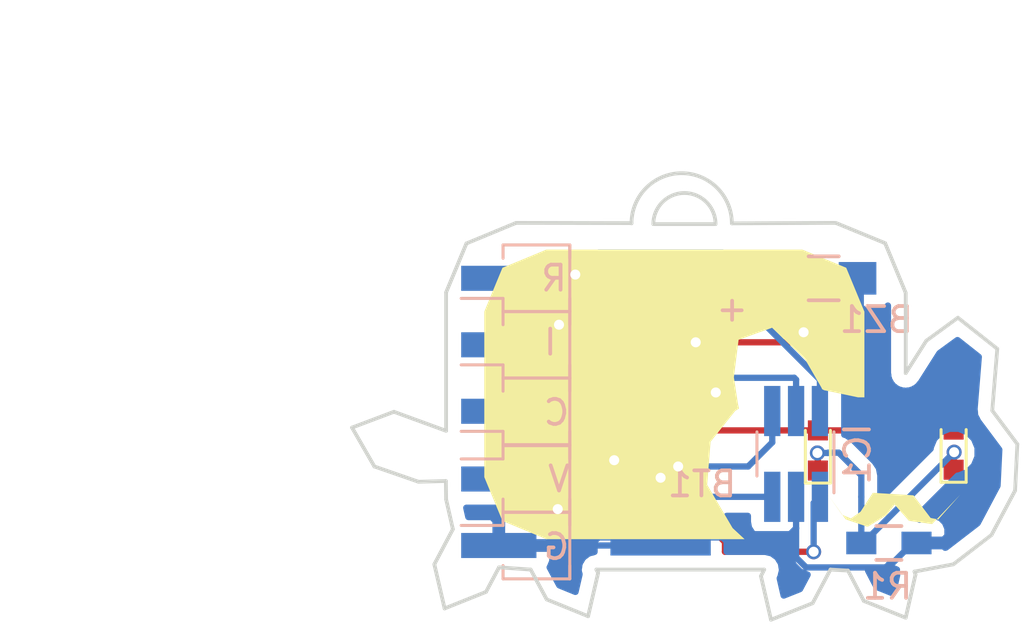
<source format=kicad_pcb>
(kicad_pcb (version 4) (host pcbnew 4.0.4-stable)

  (general
    (links 14)
    (no_connects 0)
    (area 115.074567 59.510045 155.476723 88.603165)
    (thickness 1.6)
    (drawings 50)
    (tracks 87)
    (zones 0)
    (modules 12)
    (nets 8)
  )

  (page A4)
  (layers
    (0 F.Cu signal)
    (31 B.Cu signal)
    (32 B.Adhes user)
    (33 F.Adhes user)
    (34 B.Paste user)
    (35 F.Paste user)
    (36 B.SilkS user)
    (37 F.SilkS user)
    (38 B.Mask user)
    (39 F.Mask user)
    (40 Dwgs.User user)
    (41 Cmts.User user)
    (42 Eco1.User user)
    (43 Eco2.User user)
    (44 Edge.Cuts user)
    (45 Margin user)
    (46 B.CrtYd user)
    (47 F.CrtYd user)
    (48 B.Fab user)
    (49 F.Fab user)
  )

  (setup
    (last_trace_width 0.25)
    (trace_clearance 0.2)
    (zone_clearance 0.508)
    (zone_45_only no)
    (trace_min 0.2)
    (segment_width 0.2)
    (edge_width 0.15)
    (via_size 0.6)
    (via_drill 0.4)
    (via_min_size 0.4)
    (via_min_drill 0.3)
    (uvia_size 0.3)
    (uvia_drill 0.1)
    (uvias_allowed no)
    (uvia_min_size 0.2)
    (uvia_min_drill 0.1)
    (pcb_text_width 0.3)
    (pcb_text_size 1.5 1.5)
    (mod_edge_width 0.15)
    (mod_text_size 1 1)
    (mod_text_width 0.15)
    (pad_size 1.524 1.524)
    (pad_drill 0.762)
    (pad_to_mask_clearance 0.2)
    (aux_axis_origin 132.41274 70.54596)
    (visible_elements 7FFFFFFF)
    (pcbplotparams
      (layerselection 0x011fc_80000001)
      (usegerberextensions true)
      (excludeedgelayer true)
      (linewidth 0.100000)
      (plotframeref false)
      (viasonmask false)
      (mode 1)
      (useauxorigin true)
      (hpglpennumber 1)
      (hpglpenspeed 20)
      (hpglpendiameter 15)
      (hpglpenoverlay 2)
      (psnegative false)
      (psa4output false)
      (plotreference true)
      (plotvalue true)
      (plotinvisibletext false)
      (padsonsilk false)
      (subtractmaskfromsilk false)
      (outputformat 1)
      (mirror false)
      (drillshape 0)
      (scaleselection 1)
      (outputdirectory gerbers/))
  )

  (net 0 "")
  (net 1 "Net-(BZ1-Pad1)")
  (net 2 GND)
  (net 3 "Net-(D1-Pad2)")
  (net 4 "Net-(D1-Pad1)")
  (net 5 "Net-(BT1-Pad1)")
  (net 6 "Net-(IC1-Pad6)")
  (net 7 "Net-(IC1-Pad1)")

  (net_class Default "Esta es la clase de red por defecto."
    (clearance 0.2)
    (trace_width 0.25)
    (via_dia 0.6)
    (via_drill 0.4)
    (uvia_dia 0.3)
    (uvia_drill 0.1)
    (add_net GND)
    (add_net "Net-(BT1-Pad1)")
    (add_net "Net-(BZ1-Pad1)")
    (add_net "Net-(D1-Pad1)")
    (add_net "Net-(D1-Pad2)")
    (add_net "Net-(IC1-Pad1)")
    (add_net "Net-(IC1-Pad6)")
  )

  (module svg2mod:NyanCat (layer F.Cu) (tedit 5898DCF2) (tstamp 5898DD5C)
    (at 142.494 75.946)
    (descr "Imported from NyanCat.svg")
    (tags svg2mod)
    (attr smd)
    (fp_text reference NyanCat (at 0 -11.085565) (layer F.SilkS) hide
      (effects (font (thickness 0.3048)))
    )
    (fp_text value G*** (at 0 11.085565) (layer F.SilkS) hide
      (effects (font (thickness 0.3048)))
    )
    (fp_poly (pts (xy 7.013754 2.703635) (xy 0.412192 2.384106) (xy 0.549165 0.667231) (xy 1.529258 -0.560049)
      (xy 1.682812 -0.657234) (xy 1.641126 -0.834182) (xy 1.476871 -1.900474) (xy 1.664147 -3.393954)
      (xy 3.000094 -3.875896) (xy 4.313391 -2.618595) (xy 4.95971 -1.502281) (xy 4.997167 -1.424135)
      (xy 5.074441 -1.384814) (xy 6.422708 -1.102468) (xy 6.67942 -1.100963) (xy 6.67942 -4.517852)
      (xy 5.955009 -6.266485) (xy 4.206377 -6.990896) (xy -5.999123 -6.990896) (xy -5.999143 -6.990931)
      (xy -7.747776 -6.26652) (xy -8.472187 -4.517887) (xy -8.472187 2.078855) (xy -7.747776 3.827486)
      (xy -5.999143 4.551898) (xy 1.903685 4.551898) (xy 1.426598 4.109528) (xy 0.412192 2.384106)
      (xy 7.013754 2.703635) (xy 6.524347 3.459709) (xy 6.14183 3.724509) (xy 5.78756 3.577923)
      (xy 5.190144 2.726157) (xy 5.933526 3.763704) (xy 6.80881 4.059862) (xy 7.565256 3.590116)
      (xy 7.878213 3.168153) (xy 8.453729 3.820572) (xy 9.378041 3.950732) (xy 10.498091 2.78066)
      (xy 9.621313 3.767438) (xy 9.318435 3.704971) (xy 8.634035 2.804053) (xy 7.013754 2.703635)) (layer F.SilkS) (width 0))
    (fp_poly (pts (xy -7.205174 -8.037562) (xy -9.164721 -7.228406) (xy -9.973877 -5.268858) (xy -9.973877 0.272898)
      (xy -10.330262 0.095204) (xy -12.091032 -0.521998) (xy -13.734334 0.107648) (xy -12.843746 1.625271)
      (xy -11.082851 2.242472) (xy -9.973875 2.198048) (xy -9.973875 2.966442) (xy -9.699867 4.172476)
      (xy -10.433792 5.572506) (xy -10.049533 7.289724) (xy -8.418547 6.62897) (xy -7.903631 5.646795)
      (xy -7.205172 5.735144) (xy -6.608004 5.735144) (xy -5.972259 6.947527) (xy -4.341401 7.608281)
      (xy -3.957018 5.891063) (xy -4.038772 5.735145) (xy 2.734791 5.735145) (xy 2.581485 6.027569)
      (xy 2.965744 7.744912) (xy 4.59673 7.084157) (xy 5.3039 5.735146) (xy 5.445881 5.735146)
      (xy 6.039941 5.774094) (xy 6.678922 6.993069) (xy 8.309908 7.653823) (xy 8.694167 5.936605)
      (xy 8.618385 5.792011) (xy 10.209799 5.523477) (xy 11.726462 4.360241) (xy 12.662824 2.593976)
      (xy 12.75883 0.765911) (xy 11.754425 -0.582724) (xy 11.947426 -3.028268) (xy 10.402924 -4.2511)
      (xy 9.180101 -3.359269) (xy 8.303811 -1.985866) (xy 8.303811 -5.268862) (xy 7.494654 -7.228408)
      (xy 5.535107 -8.037565) (xy -7.205164 -8.037565) (xy -7.205174 -8.037562)) (layer F.Mask) (width 0.047783))
  )

  (module LEDs:LED_0603 (layer F.Cu) (tedit 589955D4) (tstamp 5898DA61)
    (at 152.73 76.93 90)
    (descr "LED 0603 smd package")
    (tags "LED led 0603 SMD smd SMT smt smdled SMDLED smtled SMTLED")
    (path /5898CB7E)
    (attr smd)
    (fp_text reference D1 (at -0.07 1.37 90) (layer B.Fab)
      (effects (font (size 1 1) (thickness 0.15)) (justify mirror))
    )
    (fp_text value LED (at 0 1.35 90) (layer F.Fab)
      (effects (font (size 1 1) (thickness 0.15)))
    )
    (fp_line (start -1.3 -0.5) (end -1.3 0.5) (layer F.SilkS) (width 0.12))
    (fp_line (start -0.2 -0.2) (end -0.2 0.2) (layer F.Fab) (width 0.1))
    (fp_line (start -0.15 0) (end 0.15 -0.2) (layer F.Fab) (width 0.1))
    (fp_line (start 0.15 0.2) (end -0.15 0) (layer F.Fab) (width 0.1))
    (fp_line (start 0.15 -0.2) (end 0.15 0.2) (layer F.Fab) (width 0.1))
    (fp_line (start 0.8 0.4) (end -0.8 0.4) (layer F.Fab) (width 0.1))
    (fp_line (start 0.8 -0.4) (end 0.8 0.4) (layer F.Fab) (width 0.1))
    (fp_line (start -0.8 -0.4) (end 0.8 -0.4) (layer F.Fab) (width 0.1))
    (fp_line (start -0.8 0.4) (end -0.8 -0.4) (layer F.Fab) (width 0.1))
    (fp_line (start -1.3 0.5) (end 0.8 0.5) (layer F.SilkS) (width 0.12))
    (fp_line (start -1.3 -0.5) (end 0.8 -0.5) (layer F.SilkS) (width 0.12))
    (fp_line (start 1.45 -0.65) (end 1.45 0.65) (layer F.CrtYd) (width 0.05))
    (fp_line (start 1.45 0.65) (end -1.45 0.65) (layer F.CrtYd) (width 0.05))
    (fp_line (start -1.45 0.65) (end -1.45 -0.65) (layer F.CrtYd) (width 0.05))
    (fp_line (start -1.45 -0.65) (end 1.45 -0.65) (layer F.CrtYd) (width 0.05))
    (pad 2 smd rect (at 0.8 0 270) (size 0.8 0.8) (layers F.Cu F.Paste F.Mask)
      (net 3 "Net-(D1-Pad2)"))
    (pad 1 smd rect (at -0.8 0 270) (size 0.8 0.8) (layers F.Cu F.Paste F.Mask)
      (net 4 "Net-(D1-Pad1)"))
    (model LEDs.3dshapes/LED_0603.wrl
      (at (xyz 0 0 0))
      (scale (xyz 1 1 1))
      (rotate (xyz 0 0 180))
    )
  )

  (module LEDs:LED_0603 (layer F.Cu) (tedit 589955C7) (tstamp 5898DA67)
    (at 147.32 76.962 90)
    (descr "LED 0603 smd package")
    (tags "LED led 0603 SMD smd SMT smt smdled SMDLED smtled SMTLED")
    (path /5898CE11)
    (attr smd)
    (fp_text reference D2 (at -0.088 1.23 90) (layer B.Fab)
      (effects (font (size 1 1) (thickness 0.15)) (justify mirror))
    )
    (fp_text value LED (at 0 1.35 90) (layer F.Fab)
      (effects (font (size 1 1) (thickness 0.15)))
    )
    (fp_line (start -1.3 -0.5) (end -1.3 0.5) (layer F.SilkS) (width 0.12))
    (fp_line (start -0.2 -0.2) (end -0.2 0.2) (layer F.Fab) (width 0.1))
    (fp_line (start -0.15 0) (end 0.15 -0.2) (layer F.Fab) (width 0.1))
    (fp_line (start 0.15 0.2) (end -0.15 0) (layer F.Fab) (width 0.1))
    (fp_line (start 0.15 -0.2) (end 0.15 0.2) (layer F.Fab) (width 0.1))
    (fp_line (start 0.8 0.4) (end -0.8 0.4) (layer F.Fab) (width 0.1))
    (fp_line (start 0.8 -0.4) (end 0.8 0.4) (layer F.Fab) (width 0.1))
    (fp_line (start -0.8 -0.4) (end 0.8 -0.4) (layer F.Fab) (width 0.1))
    (fp_line (start -0.8 0.4) (end -0.8 -0.4) (layer F.Fab) (width 0.1))
    (fp_line (start -1.3 0.5) (end 0.8 0.5) (layer F.SilkS) (width 0.12))
    (fp_line (start -1.3 -0.5) (end 0.8 -0.5) (layer F.SilkS) (width 0.12))
    (fp_line (start 1.45 -0.65) (end 1.45 0.65) (layer F.CrtYd) (width 0.05))
    (fp_line (start 1.45 0.65) (end -1.45 0.65) (layer F.CrtYd) (width 0.05))
    (fp_line (start -1.45 0.65) (end -1.45 -0.65) (layer F.CrtYd) (width 0.05))
    (fp_line (start -1.45 -0.65) (end 1.45 -0.65) (layer F.CrtYd) (width 0.05))
    (pad 2 smd rect (at 0.8 0 270) (size 0.8 0.8) (layers F.Cu F.Paste F.Mask)
      (net 3 "Net-(D1-Pad2)"))
    (pad 1 smd rect (at -0.8 0 270) (size 0.8 0.8) (layers F.Cu F.Paste F.Mask)
      (net 4 "Net-(D1-Pad1)"))
    (model LEDs.3dshapes/LED_0603.wrl
      (at (xyz 0 0 0))
      (scale (xyz 1 1 1))
      (rotate (xyz 0 0 180))
    )
  )

  (module Resistors_SMD:R_0603_HandSoldering (layer B.Cu) (tedit 58307AEF) (tstamp 5898DA97)
    (at 150.15 80.65)
    (descr "Resistor SMD 0603, hand soldering")
    (tags "resistor 0603")
    (path /5898CBD1)
    (attr smd)
    (fp_text reference R1 (at -0.054 1.732) (layer B.SilkS)
      (effects (font (size 1 1) (thickness 0.15)) (justify mirror))
    )
    (fp_text value 100 (at 0 3.2) (layer B.Fab)
      (effects (font (size 1 1) (thickness 0.15)) (justify mirror))
    )
    (fp_line (start -0.8 -0.4) (end -0.8 0.4) (layer B.Fab) (width 0.1))
    (fp_line (start 0.8 -0.4) (end -0.8 -0.4) (layer B.Fab) (width 0.1))
    (fp_line (start 0.8 0.4) (end 0.8 -0.4) (layer B.Fab) (width 0.1))
    (fp_line (start -0.8 0.4) (end 0.8 0.4) (layer B.Fab) (width 0.1))
    (fp_line (start -2 0.8) (end 2 0.8) (layer B.CrtYd) (width 0.05))
    (fp_line (start -2 -0.8) (end 2 -0.8) (layer B.CrtYd) (width 0.05))
    (fp_line (start -2 0.8) (end -2 -0.8) (layer B.CrtYd) (width 0.05))
    (fp_line (start 2 0.8) (end 2 -0.8) (layer B.CrtYd) (width 0.05))
    (fp_line (start 0.5 -0.675) (end -0.5 -0.675) (layer B.SilkS) (width 0.15))
    (fp_line (start -0.5 0.675) (end 0.5 0.675) (layer B.SilkS) (width 0.15))
    (pad 1 smd rect (at -1.1 0) (size 1.2 0.9) (layers B.Cu B.Paste B.Mask)
      (net 4 "Net-(D1-Pad1)"))
    (pad 2 smd rect (at 1.1 0) (size 1.2 0.9) (layers B.Cu B.Paste B.Mask)
      (net 2 GND))
    (model Resistors_SMD.3dshapes/R_0603_HandSoldering.wrl
      (at (xyz 0 0 0))
      (scale (xyz 1 1 1))
      (rotate (xyz 0 0 0))
    )
  )

  (module Resistors_SMD:R_0805_HandSoldering (layer B.Cu) (tedit 58307B90) (tstamp 5899925D)
    (at 147.55 70.1)
    (descr "Resistor SMD 0805, hand soldering")
    (tags "resistor 0805")
    (path /5898CE2B)
    (attr smd)
    (fp_text reference BZ1 (at 2.1 1.65) (layer B.SilkS)
      (effects (font (size 1 1) (thickness 0.15)) (justify mirror))
    )
    (fp_text value Buzzer (at 0 -2.1) (layer B.Fab)
      (effects (font (size 1 1) (thickness 0.15)) (justify mirror))
    )
    (fp_line (start -1 -0.625) (end -1 0.625) (layer B.Fab) (width 0.1))
    (fp_line (start 1 -0.625) (end -1 -0.625) (layer B.Fab) (width 0.1))
    (fp_line (start 1 0.625) (end 1 -0.625) (layer B.Fab) (width 0.1))
    (fp_line (start -1 0.625) (end 1 0.625) (layer B.Fab) (width 0.1))
    (fp_line (start -2.4 1) (end 2.4 1) (layer B.CrtYd) (width 0.05))
    (fp_line (start -2.4 -1) (end 2.4 -1) (layer B.CrtYd) (width 0.05))
    (fp_line (start -2.4 1) (end -2.4 -1) (layer B.CrtYd) (width 0.05))
    (fp_line (start 2.4 1) (end 2.4 -1) (layer B.CrtYd) (width 0.05))
    (fp_line (start 0.6 -0.875) (end -0.6 -0.875) (layer B.SilkS) (width 0.15))
    (fp_line (start -0.6 0.875) (end 0.6 0.875) (layer B.SilkS) (width 0.15))
    (pad 1 smd rect (at -1.35 0) (size 1.5 1.3) (layers B.Cu B.Paste B.Mask)
      (net 1 "Net-(BZ1-Pad1)"))
    (pad 2 smd rect (at 1.35 0) (size 1.5 1.3) (layers B.Cu B.Paste B.Mask)
      (net 2 GND))
    (model Resistors_SMD.3dshapes/R_0805_HandSoldering.wrl
      (at (xyz 0 0 0))
      (scale (xyz 1 1 1))
      (rotate (xyz 0 0 0))
    )
  )

  (module TIH:Supercapcoin (layer B.Cu) (tedit 58993FBC) (tstamp 589995CE)
    (at 144.05 76.3 180)
    (path /5898D333)
    (fp_text reference BT1 (at 1.35 -2 180) (layer B.SilkS)
      (effects (font (size 1 1) (thickness 0.15)) (justify mirror))
    )
    (fp_text value Battery_Cell (at 3.25 4.55 180) (layer B.Fab)
      (effects (font (size 1 1) (thickness 0.15)) (justify mirror))
    )
    (fp_text user + (at 0.15 5 180) (layer B.SilkS)
      (effects (font (size 1 1) (thickness 0.15)) (justify mirror))
    )
    (pad 1 smd rect (at 3 6.35 180) (size 5 2) (layers B.Cu B.Paste B.Mask)
      (net 5 "Net-(BT1-Pad1)"))
    (pad 2 smd rect (at 3 -4 180) (size 4 1.7) (layers B.Cu B.Paste B.Mask)
      (net 2 GND))
  )

  (module TO_SOT_Packages_SMD:TSOT-23-6_MK06A_HandSoldering (layer B.Cu) (tedit 58835838) (tstamp 5899989A)
    (at 146.45 77.1 90)
    (descr "6-pin TSOT23 package, http://cds.linear.com/docs/en/packaging/SOT_6_05-08-1636.pdf")
    (tags "TSOT-23-6 MK06A TSOT-6 Hand-soldering")
    (path /58995187)
    (attr smd)
    (fp_text reference IC1 (at 0 2.45 90) (layer B.SilkS)
      (effects (font (size 1 1) (thickness 0.15)) (justify mirror))
    )
    (fp_text value ATTINY10-TS (at 0 -2.5 90) (layer B.Fab)
      (effects (font (size 1 1) (thickness 0.15)) (justify mirror))
    )
    (fp_line (start -0.88 -1.56) (end 0.88 -1.56) (layer B.SilkS) (width 0.12))
    (fp_line (start 0.88 1.51) (end -1.55 1.51) (layer B.SilkS) (width 0.12))
    (fp_line (start -0.88 1) (end -0.43 1.45) (layer B.Fab) (width 0.1))
    (fp_line (start 0.88 1.45) (end -0.43 1.45) (layer B.Fab) (width 0.1))
    (fp_line (start -0.88 1) (end -0.88 -1.45) (layer B.Fab) (width 0.1))
    (fp_line (start 0.88 -1.45) (end -0.88 -1.45) (layer B.Fab) (width 0.1))
    (fp_line (start 0.88 1.45) (end 0.88 -1.45) (layer B.Fab) (width 0.1))
    (fp_line (start -2.96 1.7) (end 2.96 1.7) (layer B.CrtYd) (width 0.05))
    (fp_line (start -2.96 1.7) (end -2.96 -1.7) (layer B.CrtYd) (width 0.05))
    (fp_line (start 2.96 -1.7) (end 2.96 1.7) (layer B.CrtYd) (width 0.05))
    (fp_line (start 2.96 -1.7) (end -2.96 -1.7) (layer B.CrtYd) (width 0.05))
    (pad 1 smd rect (at -1.71 0.95 90) (size 2 0.65) (layers B.Cu B.Paste B.Mask)
      (net 7 "Net-(IC1-Pad1)"))
    (pad 2 smd rect (at -1.71 0 90) (size 2 0.65) (layers B.Cu B.Paste B.Mask)
      (net 2 GND))
    (pad 3 smd rect (at -1.71 -0.95 90) (size 2 0.65) (layers B.Cu B.Paste B.Mask)
      (net 1 "Net-(BZ1-Pad1)"))
    (pad 4 smd rect (at 1.71 -0.95 90) (size 2 0.65) (layers B.Cu B.Paste B.Mask)
      (net 3 "Net-(D1-Pad2)"))
    (pad 5 smd rect (at 1.71 0 90) (size 2 0.65) (layers B.Cu B.Paste B.Mask)
      (net 5 "Net-(BT1-Pad1)"))
    (pad 6 smd rect (at 1.71 0.95 90) (size 2 0.65) (layers B.Cu B.Paste B.Mask)
      (net 6 "Net-(IC1-Pad6)"))
  )

  (module Pin_Headers:Pin_Header_Straight_1x01_Pitch2.54mm_SMD_Pin1Right (layer B.Cu) (tedit 589A17F1) (tstamp 5899989F)
    (at 136.1 80.75 180)
    (descr "surface-mounted straight pin header, 1x01, 2.54mm pitch, single row, style 2 (pin 1 right)")
    (tags "Surface mounted pin header SMD 1x01 2.54mm single row style2 pin1 right")
    (path /5898EED3)
    (attr smd)
    (fp_text reference P1 (at 1.55 1.25 180) (layer B.Fab)
      (effects (font (size 1 1) (thickness 0.15)) (justify mirror))
    )
    (fp_text value G (at -0.8 -0.05 180) (layer B.SilkS)
      (effects (font (size 1 1) (thickness 0.15)) (justify mirror))
    )
    (fp_line (start -1.27 1.27) (end -1.27 -1.27) (layer B.Fab) (width 0.1))
    (fp_line (start -1.27 -1.27) (end 1.27 -1.27) (layer B.Fab) (width 0.1))
    (fp_line (start 1.27 -1.27) (end 1.27 1.27) (layer B.Fab) (width 0.1))
    (fp_line (start 1.27 1.27) (end -1.27 1.27) (layer B.Fab) (width 0.1))
    (fp_line (start 1.27 0.32) (end 1.27 -0.32) (layer B.Fab) (width 0.1))
    (fp_line (start 1.27 -0.32) (end 2.65 -0.32) (layer B.Fab) (width 0.1))
    (fp_line (start 2.65 -0.32) (end 2.65 0.32) (layer B.Fab) (width 0.1))
    (fp_line (start 2.65 0.32) (end 1.27 0.32) (layer B.Fab) (width 0.1))
    (fp_line (start -1.33 0.8) (end -1.33 1.33) (layer B.SilkS) (width 0.12))
    (fp_line (start -1.33 1.33) (end 1.33 1.33) (layer B.SilkS) (width 0.12))
    (fp_line (start 1.33 1.33) (end 1.33 0.8) (layer B.SilkS) (width 0.12))
    (fp_line (start -1.33 -0.8) (end -1.33 -1.33) (layer B.SilkS) (width 0.12))
    (fp_line (start -1.33 -1.33) (end 1.33 -1.33) (layer B.SilkS) (width 0.12))
    (fp_line (start 1.33 -1.33) (end 1.33 -0.8) (layer B.SilkS) (width 0.12))
    (fp_line (start -1.33 1.33) (end -1.33 -1.33) (layer B.SilkS) (width 0.12))
    (fp_line (start 1.33 0.8) (end 3 0.8) (layer B.SilkS) (width 0.12))
    (fp_line (start -3.25 1.55) (end -3.25 -1.55) (layer B.CrtYd) (width 0.05))
    (fp_line (start -3.25 -1.55) (end 3.25 -1.55) (layer B.CrtYd) (width 0.05))
    (fp_line (start 3.25 -1.55) (end 3.25 1.55) (layer B.CrtYd) (width 0.05))
    (fp_line (start 3.25 1.55) (end -3.25 1.55) (layer B.CrtYd) (width 0.05))
    (pad 1 smd rect (at 1.5 0 180) (size 3 1) (layers B.Cu B.Mask)
      (net 2 GND))
    (model Pin_Headers.3dshapes/Pin_Header_Straight_1x01_Pitch2.54mm_SMD_Pin1Right.wrl
      (at (xyz 0 0 0))
      (scale (xyz 1 1 1))
      (rotate (xyz 0 0 0))
    )
  )

  (module Pin_Headers:Pin_Header_Straight_1x01_Pitch2.54mm_SMD_Pin1Right (layer B.Cu) (tedit 589A17DD) (tstamp 589998A4)
    (at 136.1 78.1 180)
    (descr "surface-mounted straight pin header, 1x01, 2.54mm pitch, single row, style 2 (pin 1 right)")
    (tags "Surface mounted pin header SMD 1x01 2.54mm single row style2 pin1 right")
    (path /5898EE29)
    (attr smd)
    (fp_text reference P2 (at 1.45 1.25 180) (layer B.Fab)
      (effects (font (size 1 1) (thickness 0.15)) (justify mirror))
    )
    (fp_text value V (at -0.9 0 180) (layer B.SilkS)
      (effects (font (size 1 1) (thickness 0.15)) (justify mirror))
    )
    (fp_line (start -1.27 1.27) (end -1.27 -1.27) (layer B.Fab) (width 0.1))
    (fp_line (start -1.27 -1.27) (end 1.27 -1.27) (layer B.Fab) (width 0.1))
    (fp_line (start 1.27 -1.27) (end 1.27 1.27) (layer B.Fab) (width 0.1))
    (fp_line (start 1.27 1.27) (end -1.27 1.27) (layer B.Fab) (width 0.1))
    (fp_line (start 1.27 0.32) (end 1.27 -0.32) (layer B.Fab) (width 0.1))
    (fp_line (start 1.27 -0.32) (end 2.65 -0.32) (layer B.Fab) (width 0.1))
    (fp_line (start 2.65 -0.32) (end 2.65 0.32) (layer B.Fab) (width 0.1))
    (fp_line (start 2.65 0.32) (end 1.27 0.32) (layer B.Fab) (width 0.1))
    (fp_line (start -1.33 0.8) (end -1.33 1.33) (layer B.SilkS) (width 0.12))
    (fp_line (start -1.33 1.33) (end 1.33 1.33) (layer B.SilkS) (width 0.12))
    (fp_line (start 1.33 1.33) (end 1.33 0.8) (layer B.SilkS) (width 0.12))
    (fp_line (start -1.33 -0.8) (end -1.33 -1.33) (layer B.SilkS) (width 0.12))
    (fp_line (start -1.33 -1.33) (end 1.33 -1.33) (layer B.SilkS) (width 0.12))
    (fp_line (start 1.33 -1.33) (end 1.33 -0.8) (layer B.SilkS) (width 0.12))
    (fp_line (start -1.33 1.33) (end -1.33 -1.33) (layer B.SilkS) (width 0.12))
    (fp_line (start 1.33 0.8) (end 3 0.8) (layer B.SilkS) (width 0.12))
    (fp_line (start -3.25 1.55) (end -3.25 -1.55) (layer B.CrtYd) (width 0.05))
    (fp_line (start -3.25 -1.55) (end 3.25 -1.55) (layer B.CrtYd) (width 0.05))
    (fp_line (start 3.25 -1.55) (end 3.25 1.55) (layer B.CrtYd) (width 0.05))
    (fp_line (start 3.25 1.55) (end -3.25 1.55) (layer B.CrtYd) (width 0.05))
    (pad 1 smd rect (at 1.5 0 180) (size 3 1) (layers B.Cu B.Mask)
      (net 5 "Net-(BT1-Pad1)"))
    (model Pin_Headers.3dshapes/Pin_Header_Straight_1x01_Pitch2.54mm_SMD_Pin1Right.wrl
      (at (xyz 0 0 0))
      (scale (xyz 1 1 1))
      (rotate (xyz 0 0 0))
    )
  )

  (module Pin_Headers:Pin_Header_Straight_1x01_Pitch2.54mm_SMD_Pin1Left (layer B.Cu) (tedit 589A17C0) (tstamp 589998A9)
    (at 136.1 72.75)
    (descr "surface-mounted straight pin header, 1x01, 2.54mm pitch, single row, style 1 (pin 1 left)")
    (tags "Surface mounted pin header SMD 1x01 2.54mm single row style1 pin1 left")
    (path /5898D9C9)
    (attr smd)
    (fp_text reference P4 (at -1.4 -1.25) (layer B.Fab)
      (effects (font (size 1 1) (thickness 0.15)) (justify mirror))
    )
    (fp_text value I (at 0.55 -0.1) (layer B.SilkS)
      (effects (font (size 1 1) (thickness 0.15)) (justify mirror))
    )
    (fp_line (start -1.27 1.27) (end -1.27 -1.27) (layer B.Fab) (width 0.1))
    (fp_line (start -1.27 -1.27) (end 1.27 -1.27) (layer B.Fab) (width 0.1))
    (fp_line (start 1.27 -1.27) (end 1.27 1.27) (layer B.Fab) (width 0.1))
    (fp_line (start 1.27 1.27) (end -1.27 1.27) (layer B.Fab) (width 0.1))
    (fp_line (start -1.27 0.32) (end -1.27 -0.32) (layer B.Fab) (width 0.1))
    (fp_line (start -1.27 -0.32) (end -2.65 -0.32) (layer B.Fab) (width 0.1))
    (fp_line (start -2.65 -0.32) (end -2.65 0.32) (layer B.Fab) (width 0.1))
    (fp_line (start -2.65 0.32) (end -1.27 0.32) (layer B.Fab) (width 0.1))
    (fp_line (start -1.33 0.8) (end -1.33 1.33) (layer B.SilkS) (width 0.12))
    (fp_line (start -1.33 1.33) (end 1.33 1.33) (layer B.SilkS) (width 0.12))
    (fp_line (start 1.33 1.33) (end 1.33 0.8) (layer B.SilkS) (width 0.12))
    (fp_line (start -1.33 -0.8) (end -1.33 -1.33) (layer B.SilkS) (width 0.12))
    (fp_line (start -1.33 -1.33) (end 1.33 -1.33) (layer B.SilkS) (width 0.12))
    (fp_line (start 1.33 -1.33) (end 1.33 -0.8) (layer B.SilkS) (width 0.12))
    (fp_line (start 1.33 1.33) (end 1.33 -1.33) (layer B.SilkS) (width 0.12))
    (fp_line (start -1.33 0.8) (end -3 0.8) (layer B.SilkS) (width 0.12))
    (fp_line (start -3.25 1.55) (end -3.25 -1.55) (layer B.CrtYd) (width 0.05))
    (fp_line (start -3.25 -1.55) (end 3.25 -1.55) (layer B.CrtYd) (width 0.05))
    (fp_line (start 3.25 -1.55) (end 3.25 1.55) (layer B.CrtYd) (width 0.05))
    (fp_line (start 3.25 1.55) (end -3.25 1.55) (layer B.CrtYd) (width 0.05))
    (pad 1 smd rect (at -1.5 0) (size 3 1) (layers B.Cu B.Mask)
      (net 7 "Net-(IC1-Pad1)"))
    (model Pin_Headers.3dshapes/Pin_Header_Straight_1x01_Pitch2.54mm_SMD_Pin1Left.wrl
      (at (xyz 0 0 0))
      (scale (xyz 1 1 1))
      (rotate (xyz 0 0 0))
    )
  )

  (module Pin_Headers:Pin_Header_Straight_1x01_Pitch2.54mm_SMD_Pin1Left (layer B.Cu) (tedit 589A1813) (tstamp 589998AE)
    (at 136.1 75.4)
    (descr "surface-mounted straight pin header, 1x01, 2.54mm pitch, single row, style 1 (pin 1 left)")
    (tags "Surface mounted pin header SMD 1x01 2.54mm single row style1 pin1 left")
    (path /5898DB77)
    (attr smd)
    (fp_text reference P5 (at -1.5 -1.25) (layer B.Fab)
      (effects (font (size 1 1) (thickness 0.15)) (justify mirror))
    )
    (fp_text value C (at 0.8 0.05) (layer B.SilkS)
      (effects (font (size 1 1) (thickness 0.15)) (justify mirror))
    )
    (fp_line (start -1.27 1.27) (end -1.27 -1.27) (layer B.Fab) (width 0.1))
    (fp_line (start -1.27 -1.27) (end 1.27 -1.27) (layer B.Fab) (width 0.1))
    (fp_line (start 1.27 -1.27) (end 1.27 1.27) (layer B.Fab) (width 0.1))
    (fp_line (start 1.27 1.27) (end -1.27 1.27) (layer B.Fab) (width 0.1))
    (fp_line (start -1.27 0.32) (end -1.27 -0.32) (layer B.Fab) (width 0.1))
    (fp_line (start -1.27 -0.32) (end -2.65 -0.32) (layer B.Fab) (width 0.1))
    (fp_line (start -2.65 -0.32) (end -2.65 0.32) (layer B.Fab) (width 0.1))
    (fp_line (start -2.65 0.32) (end -1.27 0.32) (layer B.Fab) (width 0.1))
    (fp_line (start -1.33 0.8) (end -1.33 1.33) (layer B.SilkS) (width 0.12))
    (fp_line (start -1.33 1.33) (end 1.33 1.33) (layer B.SilkS) (width 0.12))
    (fp_line (start 1.33 1.33) (end 1.33 0.8) (layer B.SilkS) (width 0.12))
    (fp_line (start -1.33 -0.8) (end -1.33 -1.33) (layer B.SilkS) (width 0.12))
    (fp_line (start -1.33 -1.33) (end 1.33 -1.33) (layer B.SilkS) (width 0.12))
    (fp_line (start 1.33 -1.33) (end 1.33 -0.8) (layer B.SilkS) (width 0.12))
    (fp_line (start 1.33 1.33) (end 1.33 -1.33) (layer B.SilkS) (width 0.12))
    (fp_line (start -1.33 0.8) (end -3 0.8) (layer B.SilkS) (width 0.12))
    (fp_line (start -3.25 1.55) (end -3.25 -1.55) (layer B.CrtYd) (width 0.05))
    (fp_line (start -3.25 -1.55) (end 3.25 -1.55) (layer B.CrtYd) (width 0.05))
    (fp_line (start 3.25 -1.55) (end 3.25 1.55) (layer B.CrtYd) (width 0.05))
    (fp_line (start 3.25 1.55) (end -3.25 1.55) (layer B.CrtYd) (width 0.05))
    (pad 1 smd rect (at -1.5 0) (size 3 1) (layers B.Cu B.Mask)
      (net 1 "Net-(BZ1-Pad1)"))
    (model Pin_Headers.3dshapes/Pin_Header_Straight_1x01_Pitch2.54mm_SMD_Pin1Left.wrl
      (at (xyz 0 0 0))
      (scale (xyz 1 1 1))
      (rotate (xyz 0 0 0))
    )
  )

  (module Pin_Headers:Pin_Header_Straight_1x01_Pitch2.54mm_SMD_Pin1Left (layer B.Cu) (tedit 589A17C6) (tstamp 589998B3)
    (at 136.1 70.1)
    (descr "surface-mounted straight pin header, 1x01, 2.54mm pitch, single row, style 1 (pin 1 left)")
    (tags "Surface mounted pin header SMD 1x01 2.54mm single row style1 pin1 left")
    (path /5898DA82)
    (attr smd)
    (fp_text reference P6 (at -0.85 -1.25) (layer B.Fab)
      (effects (font (size 1 1) (thickness 0.15)) (justify mirror))
    )
    (fp_text value R (at 0.7 0) (layer B.SilkS)
      (effects (font (size 1 1) (thickness 0.15)) (justify mirror))
    )
    (fp_line (start -1.27 1.27) (end -1.27 -1.27) (layer B.Fab) (width 0.1))
    (fp_line (start -1.27 -1.27) (end 1.27 -1.27) (layer B.Fab) (width 0.1))
    (fp_line (start 1.27 -1.27) (end 1.27 1.27) (layer B.Fab) (width 0.1))
    (fp_line (start 1.27 1.27) (end -1.27 1.27) (layer B.Fab) (width 0.1))
    (fp_line (start -1.27 0.32) (end -1.27 -0.32) (layer B.Fab) (width 0.1))
    (fp_line (start -1.27 -0.32) (end -2.65 -0.32) (layer B.Fab) (width 0.1))
    (fp_line (start -2.65 -0.32) (end -2.65 0.32) (layer B.Fab) (width 0.1))
    (fp_line (start -2.65 0.32) (end -1.27 0.32) (layer B.Fab) (width 0.1))
    (fp_line (start -1.33 0.8) (end -1.33 1.33) (layer B.SilkS) (width 0.12))
    (fp_line (start -1.33 1.33) (end 1.33 1.33) (layer B.SilkS) (width 0.12))
    (fp_line (start 1.33 1.33) (end 1.33 0.8) (layer B.SilkS) (width 0.12))
    (fp_line (start -1.33 -0.8) (end -1.33 -1.33) (layer B.SilkS) (width 0.12))
    (fp_line (start -1.33 -1.33) (end 1.33 -1.33) (layer B.SilkS) (width 0.12))
    (fp_line (start 1.33 -1.33) (end 1.33 -0.8) (layer B.SilkS) (width 0.12))
    (fp_line (start 1.33 1.33) (end 1.33 -1.33) (layer B.SilkS) (width 0.12))
    (fp_line (start -1.33 0.8) (end -3 0.8) (layer B.SilkS) (width 0.12))
    (fp_line (start -3.25 1.55) (end -3.25 -1.55) (layer B.CrtYd) (width 0.05))
    (fp_line (start -3.25 -1.55) (end 3.25 -1.55) (layer B.CrtYd) (width 0.05))
    (fp_line (start 3.25 -1.55) (end 3.25 1.55) (layer B.CrtYd) (width 0.05))
    (fp_line (start 3.25 1.55) (end -3.25 1.55) (layer B.CrtYd) (width 0.05))
    (pad 1 smd rect (at -1.5 0) (size 3 1) (layers B.Cu B.Mask)
      (net 6 "Net-(IC1-Pad6)"))
    (model Pin_Headers.3dshapes/Pin_Header_Straight_1x01_Pitch2.54mm_SMD_Pin1Left.wrl
      (at (xyz 0 0 0))
      (scale (xyz 1 1 1))
      (rotate (xyz 0 0 0))
    )
  )

  (dimension 6.8 (width 0.3) (layer Margin)
    (gr_text 6,800mm (at 141.014891 60.860045) (layer Margin)
      (effects (font (size 1.5 1.5) (thickness 0.3)))
    )
    (feature1 (pts (xy 137.614891 75.210045) (xy 137.614891 59.510045)))
    (feature2 (pts (xy 144.414891 75.210045) (xy 144.414891 59.510045)))
    (crossbar (pts (xy 144.414891 62.210045) (xy 137.614891 62.210045)))
    (arrow1a (pts (xy 137.614891 62.210045) (xy 138.741395 61.623624)))
    (arrow1b (pts (xy 137.614891 62.210045) (xy 138.741395 62.796466)))
    (arrow2a (pts (xy 144.414891 62.210045) (xy 143.288387 61.623624)))
    (arrow2b (pts (xy 144.414891 62.210045) (xy 143.288387 62.796466)))
  )
  (dimension 11.700107 (width 0.3) (layer Margin)
    (gr_text 11,700mm (at 121.003137 75.503711 89.75514773) (layer Margin)
      (effects (font (size 1.5 1.5) (thickness 0.3)))
    )
    (feature1 (pts (xy 128.028875 81.383842) (xy 119.62815 81.347942)))
    (feature2 (pts (xy 128.078875 69.683842) (xy 119.67815 69.647942)))
    (crossbar (pts (xy 122.378125 69.65948) (xy 122.328125 81.35948)))
    (arrow1a (pts (xy 122.328125 81.35948) (xy 121.746524 80.23048)))
    (arrow1b (pts (xy 122.328125 81.35948) (xy 122.919354 80.235493)))
    (arrow2a (pts (xy 122.378125 69.65948) (xy 121.786896 70.783467)))
    (arrow2b (pts (xy 122.378125 69.65948) (xy 122.959726 70.78848)))
  )
  (gr_arc (start 142 67.94) (end 140.76 67.94) (angle 180) (layer Edge.Cuts) (width 0.15))
  (gr_line (start 143.23 67.94) (end 140.77 67.94) (layer Edge.Cuts) (width 0.15))
  (gr_line (start 143.89 67.91) (end 148.02 67.89) (layer Edge.Cuts) (width 0.15))
  (gr_arc (start 141.89 67.91) (end 139.89 67.91) (angle 180) (layer Edge.Cuts) (width 0.15))
  (dimension 15.700318 (width 0.3) (layer Margin)
    (gr_text 15,700mm (at 124.703062 75.735012 270.3649363) (layer Margin)
      (effects (font (size 1.5 1.5) (thickness 0.3)))
    )
    (feature1 (pts (xy 138 67.8) (xy 123.30309 67.893611)))
    (feature2 (pts (xy 138.1 83.5) (xy 123.40309 83.593611)))
    (crossbar (pts (xy 126.103035 83.576414) (xy 126.003035 67.876414)))
    (arrow1a (pts (xy 126.003035 67.876414) (xy 126.596619 68.99916)))
    (arrow1b (pts (xy 126.003035 67.876414) (xy 125.423801 69.00663)))
    (arrow2a (pts (xy 126.103035 83.576414) (xy 126.682269 82.446198)))
    (arrow2b (pts (xy 126.103035 83.576414) (xy 125.509451 82.453668)))
  )
  (dimension 26.7 (width 0.3) (layer Margin)
    (gr_text 26,700mm (at 142.05 64.55) (layer Margin)
      (effects (font (size 1.5 1.5) (thickness 0.3)))
    )
    (feature1 (pts (xy 155.4 76.1) (xy 155.4 63.2)))
    (feature2 (pts (xy 128.7 76.1) (xy 128.7 63.2)))
    (crossbar (pts (xy 128.7 65.9) (xy 155.4 65.9)))
    (arrow1a (pts (xy 155.4 65.9) (xy 154.273496 66.486421)))
    (arrow1b (pts (xy 155.4 65.9) (xy 154.273496 65.313579)))
    (arrow2a (pts (xy 128.7 65.9) (xy 129.826504 66.486421)))
    (arrow2b (pts (xy 128.7 65.9) (xy 129.826504 65.313579)))
  )
  (gr_line (start 149.15 82.96) (end 150.82 83.63) (layer Edge.Cuts) (width 0.15))
  (gr_line (start 148.52 81.75) (end 149.15 82.96) (layer Edge.Cuts) (width 0.15))
  (gr_line (start 147.82 81.71) (end 148.52 81.75) (layer Edge.Cuts) (width 0.15))
  (gr_line (start 147.11 83.05) (end 147.82 81.71) (layer Edge.Cuts) (width 0.15))
  (gr_line (start 145.45 83.71) (end 147.11 83.05) (layer Edge.Cuts) (width 0.15))
  (gr_line (start 145.05 81.97) (end 145.45 83.71) (layer Edge.Cuts) (width 0.15))
  (gr_line (start 145.18 81.71) (end 145.05 81.97) (layer Edge.Cuts) (width 0.15))
  (gr_line (start 138.49 81.71) (end 145.18 81.71) (layer Edge.Cuts) (width 0.15))
  (gr_line (start 138.56 81.84) (end 138.49 81.71) (layer Edge.Cuts) (width 0.15))
  (gr_line (start 138.16 83.57) (end 138.56 81.84) (layer Edge.Cuts) (width 0.15))
  (gr_line (start 136.51 82.9) (end 138.16 83.57) (layer Edge.Cuts) (width 0.15))
  (gr_line (start 135.87 81.71) (end 136.51 82.9) (layer Edge.Cuts) (width 0.15))
  (gr_line (start 134.61 81.62) (end 135.87 81.71) (layer Edge.Cuts) (width 0.15))
  (gr_line (start 134.09 82.6) (end 134.61 81.62) (layer Edge.Cuts) (width 0.15))
  (gr_line (start 132.44 83.26) (end 134.09 82.6) (layer Edge.Cuts) (width 0.15))
  (gr_line (start 132.03 81.5) (end 132.44 83.26) (layer Edge.Cuts) (width 0.15))
  (gr_line (start 132.77 80.1) (end 132.03 81.5) (layer Edge.Cuts) (width 0.15))
  (gr_line (start 132.5 78.91) (end 132.77 80.1) (layer Edge.Cuts) (width 0.15))
  (gr_line (start 132.49 78.18) (end 132.5 78.91) (layer Edge.Cuts) (width 0.15))
  (gr_line (start 131.4 78.21) (end 132.49 78.18) (layer Edge.Cuts) (width 0.15))
  (gr_line (start 129.64 77.6) (end 131.4 78.21) (layer Edge.Cuts) (width 0.15))
  (gr_line (start 128.75 76.05) (end 129.64 77.6) (layer Edge.Cuts) (width 0.15))
  (gr_line (start 130.42 75.42) (end 128.75 76.05) (layer Edge.Cuts) (width 0.15))
  (gr_line (start 132.5 76.18) (end 130.42 75.42) (layer Edge.Cuts) (width 0.15))
  (gr_line (start 132.5 70.66) (end 132.5 76.18) (layer Edge.Cuts) (width 0.15))
  (gr_line (start 133.31 68.71) (end 132.5 70.66) (layer Edge.Cuts) (width 0.15))
  (gr_line (start 135.29 67.89) (end 133.31 68.71) (layer Edge.Cuts) (width 0.15))
  (gr_line (start 139.89 67.9) (end 135.29 67.89) (layer Edge.Cuts) (width 0.15))
  (gr_line (start 150 68.7) (end 148.03 67.89) (layer Edge.Cuts) (width 0.15))
  (gr_line (start 150.82 70.68) (end 150 68.7) (layer Edge.Cuts) (width 0.15))
  (gr_line (start 150.82 73.88) (end 150.82 70.68) (layer Edge.Cuts) (width 0.15))
  (gr_line (start 151.64 72.59) (end 150.82 73.88) (layer Edge.Cuts) (width 0.15))
  (gr_line (start 152.9 71.67) (end 151.64 72.59) (layer Edge.Cuts) (width 0.15))
  (gr_line (start 154.47 72.91) (end 152.9 71.67) (layer Edge.Cuts) (width 0.15))
  (gr_line (start 154.27 75.37) (end 154.47 72.91) (layer Edge.Cuts) (width 0.15))
  (gr_line (start 155.27 76.71) (end 154.27 75.37) (layer Edge.Cuts) (width 0.15))
  (gr_line (start 155.18 78.56) (end 155.27 76.71) (layer Edge.Cuts) (width 0.15))
  (gr_line (start 154.24 80.33) (end 155.18 78.56) (layer Edge.Cuts) (width 0.15))
  (gr_line (start 152.72 81.5) (end 154.24 80.33) (layer Edge.Cuts) (width 0.15))
  (gr_line (start 151.17 81.79) (end 152.72 81.5) (layer Edge.Cuts) (width 0.15))
  (gr_line (start 151.21 81.91) (end 151.17 81.79) (layer Edge.Cuts) (width 0.15))
  (gr_line (start 150.82 83.63) (end 151.21 81.91) (layer Edge.Cuts) (width 0.15))

  (segment (start 142.45 72.65) (end 137.35 72.65) (width 0.25) (layer B.Cu) (net 1))
  (segment (start 137.35 72.65) (end 136.35 73.65) (width 0.25) (layer B.Cu) (net 1))
  (segment (start 136.35 73.65) (end 136.35 74.65) (width 0.25) (layer B.Cu) (net 1))
  (segment (start 136.35 74.65) (end 135.6 75.4) (width 0.25) (layer B.Cu) (net 1))
  (segment (start 135.6 75.4) (end 134.6 75.4) (width 0.25) (layer B.Cu) (net 1))
  (segment (start 146.75 72.25) (end 146.35 72.65) (width 0.25) (layer F.Cu) (net 1))
  (segment (start 146.35 72.65) (end 142.45 72.65) (width 0.25) (layer F.Cu) (net 1))
  (via (at 142.45 72.65) (size 0.6) (drill 0.4) (layers F.Cu B.Cu) (net 1))
  (segment (start 146.2 70.1) (end 146.2 71.7) (width 0.25) (layer B.Cu) (net 1))
  (segment (start 146.2 71.7) (end 146.75 72.25) (width 0.25) (layer B.Cu) (net 1))
  (via (at 146.75 72.25) (size 0.6) (drill 0.4) (layers F.Cu B.Cu) (net 1))
  (segment (start 145.5 78.81) (end 138.01 78.81) (width 0.25) (layer B.Cu) (net 1))
  (segment (start 138.01 78.81) (end 136.35 77.15) (width 0.25) (layer B.Cu) (net 1))
  (segment (start 136.35 77.15) (end 136.35 76.15) (width 0.25) (layer B.Cu) (net 1))
  (segment (start 136.35 76.15) (end 135.6 75.4) (width 0.25) (layer B.Cu) (net 1))
  (segment (start 151.25 80.65) (end 151.1 80.65) (width 0.25) (layer B.Cu) (net 2))
  (segment (start 150.124999 81.625001) (end 146.849999 81.625001) (width 0.25) (layer B.Cu) (net 2))
  (segment (start 151.1 80.65) (end 150.124999 81.625001) (width 0.25) (layer B.Cu) (net 2))
  (segment (start 146.849999 81.625001) (end 146.45 81.225002) (width 0.25) (layer B.Cu) (net 2))
  (segment (start 146.45 80.06) (end 146.45 78.81) (width 0.25) (layer B.Cu) (net 2))
  (segment (start 146.45 81.225002) (end 146.45 80.06) (width 0.25) (layer B.Cu) (net 2))
  (segment (start 134.6 80.75) (end 140.6 80.75) (width 0.25) (layer B.Cu) (net 2))
  (segment (start 140.6 80.75) (end 141.05 80.3) (width 0.25) (layer B.Cu) (net 2))
  (segment (start 146.45 80.06) (end 146.21 80.3) (width 0.25) (layer B.Cu) (net 2))
  (segment (start 146.21 80.3) (end 143.3 80.3) (width 0.25) (layer B.Cu) (net 2))
  (segment (start 143.3 80.3) (end 141.05 80.3) (width 0.25) (layer B.Cu) (net 2))
  (segment (start 141.75 77.6) (end 143.188 76.162) (width 0.25) (layer F.Cu) (net 3))
  (segment (start 143.188 76.162) (end 147.32 76.162) (width 0.25) (layer F.Cu) (net 3))
  (segment (start 145.5 75.39) (end 145.5 76.64) (width 0.25) (layer B.Cu) (net 3))
  (segment (start 145.5 76.64) (end 144.54 77.6) (width 0.25) (layer B.Cu) (net 3))
  (segment (start 144.54 77.6) (end 141.75 77.6) (width 0.25) (layer B.Cu) (net 3))
  (via (at 141.75 77.6) (size 0.6) (drill 0.4) (layers F.Cu B.Cu) (net 3))
  (segment (start 147.32 76.162) (end 152.698 76.162) (width 0.25) (layer F.Cu) (net 3))
  (segment (start 152.698 76.162) (end 152.73 76.13) (width 0.25) (layer F.Cu) (net 3))
  (segment (start 147.282 76.2) (end 147.32 76.162) (width 0.25) (layer F.Cu) (net 3))
  (segment (start 148.15 77.05) (end 149.05 77.95) (width 0.25) (layer B.Cu) (net 4))
  (segment (start 149.05 77.95) (end 149.05 78.812002) (width 0.25) (layer B.Cu) (net 4))
  (segment (start 147.736266 77.05) (end 148.15 77.05) (width 0.25) (layer B.Cu) (net 4))
  (segment (start 147.3 77.062002) (end 147.724264 77.062002) (width 0.25) (layer B.Cu) (net 4))
  (segment (start 147.724264 77.062002) (end 147.736266 77.05) (width 0.25) (layer B.Cu) (net 4))
  (segment (start 149.05 78.812002) (end 149.05 80.65) (width 0.25) (layer B.Cu) (net 4))
  (segment (start 147.32 77.762) (end 147.32 77.082002) (width 0.25) (layer F.Cu) (net 4))
  (segment (start 147.32 77.082002) (end 147.3 77.062002) (width 0.25) (layer F.Cu) (net 4))
  (via (at 147.3 77.062002) (size 0.6) (drill 0.4) (layers F.Cu B.Cu) (net 4))
  (segment (start 152.75 77.030002) (end 149.130002 80.65) (width 0.25) (layer B.Cu) (net 4))
  (segment (start 149.130002 80.65) (end 149.05 80.65) (width 0.25) (layer B.Cu) (net 4))
  (segment (start 152.73 77.73) (end 152.73 77.050002) (width 0.25) (layer F.Cu) (net 4))
  (segment (start 152.73 77.050002) (end 152.75 77.030002) (width 0.25) (layer F.Cu) (net 4))
  (via (at 152.75 77.030002) (size 0.6) (drill 0.4) (layers F.Cu B.Cu) (net 4))
  (segment (start 147.3 77.782) (end 147.32 77.762) (width 0.25) (layer F.Cu) (net 4))
  (segment (start 137.65 69.95) (end 138.55 69.95) (width 0.25) (layer F.Cu) (net 5))
  (segment (start 138.55 69.95) (end 143.25 74.65) (width 0.25) (layer F.Cu) (net 5))
  (segment (start 141.05 69.95) (end 139.55 69.95) (width 0.25) (layer B.Cu) (net 5))
  (segment (start 139.55 69.95) (end 137.65 69.95) (width 0.25) (layer B.Cu) (net 5))
  (via (at 137.65 69.95) (size 0.6) (drill 0.4) (layers F.Cu B.Cu) (net 5))
  (segment (start 136.95 79.3) (end 135.75 78.1) (width 0.25) (layer B.Cu) (net 5))
  (segment (start 135.75 78.1) (end 134.6 78.1) (width 0.25) (layer B.Cu) (net 5))
  (segment (start 143.25 74.65) (end 138.6 79.3) (width 0.25) (layer F.Cu) (net 5))
  (segment (start 138.6 79.3) (end 136.95 79.3) (width 0.25) (layer F.Cu) (net 5))
  (via (at 136.95 79.3) (size 0.6) (drill 0.4) (layers F.Cu B.Cu) (net 5))
  (segment (start 146.45 75.39) (end 146.45 74.14) (width 0.25) (layer B.Cu) (net 5))
  (segment (start 143.835001 74.064999) (end 143.25 74.65) (width 0.25) (layer B.Cu) (net 5))
  (segment (start 146.45 74.14) (end 146.374999 74.064999) (width 0.25) (layer B.Cu) (net 5))
  (segment (start 146.374999 74.064999) (end 143.835001 74.064999) (width 0.25) (layer B.Cu) (net 5))
  (via (at 143.25 74.65) (size 0.6) (drill 0.4) (layers F.Cu B.Cu) (net 5))
  (segment (start 147.4 75.39) (end 147.4 74.14) (width 0.25) (layer B.Cu) (net 6))
  (segment (start 147.4 74.14) (end 144.535001 71.275001) (width 0.25) (layer B.Cu) (net 6))
  (segment (start 144.535001 71.275001) (end 137.525001 71.275001) (width 0.25) (layer B.Cu) (net 6))
  (segment (start 137.525001 71.275001) (end 136.35 70.1) (width 0.25) (layer B.Cu) (net 6))
  (segment (start 136.35 70.1) (end 134.6 70.1) (width 0.25) (layer B.Cu) (net 6))
  (segment (start 147.15 81) (end 147.15 79.06) (width 0.25) (layer B.Cu) (net 7))
  (segment (start 147.15 79.06) (end 147.4 78.81) (width 0.25) (layer B.Cu) (net 7))
  (segment (start 141.05 78.05) (end 143.615 80.615) (width 0.25) (layer F.Cu) (net 7))
  (segment (start 143.615 80.615) (end 143.615 81) (width 0.25) (layer F.Cu) (net 7))
  (segment (start 139.965 77.35) (end 140.35 77.35) (width 0.25) (layer B.Cu) (net 7))
  (segment (start 140.35 77.35) (end 141.05 78.05) (width 0.25) (layer B.Cu) (net 7))
  (via (at 141.05 78.05) (size 0.6) (drill 0.4) (layers F.Cu B.Cu) (net 7))
  (segment (start 143.615 81) (end 147.15 81) (width 0.25) (layer F.Cu) (net 7))
  (via (at 147.15 81) (size 0.6) (drill 0.4) (layers F.Cu B.Cu) (net 7))
  (segment (start 139.2 77.35) (end 139.965 77.35) (width 0.25) (layer B.Cu) (net 7))
  (segment (start 137 71.95) (end 137 75.15) (width 0.25) (layer F.Cu) (net 7))
  (segment (start 137 75.15) (end 139.2 77.35) (width 0.25) (layer F.Cu) (net 7))
  (via (at 139.2 77.35) (size 0.6) (drill 0.4) (layers F.Cu B.Cu) (net 7))
  (segment (start 134.6 72.75) (end 136.35 72.75) (width 0.25) (layer B.Cu) (net 7))
  (segment (start 136.35 72.75) (end 137 72.1) (width 0.25) (layer B.Cu) (net 7))
  (segment (start 137 72.1) (end 137 71.95) (width 0.25) (layer B.Cu) (net 7))
  (via (at 137 71.95) (size 0.6) (drill 0.4) (layers F.Cu B.Cu) (net 7))

  (zone (net 2) (net_name GND) (layer B.Cu) (tstamp 0) (hatch edge 0.508)
    (connect_pads (clearance 0.508))
    (min_thickness 0.254)
    (fill yes (arc_segments 16) (thermal_gap 0.508) (thermal_bridge_width 0.508))
    (polygon
      (pts
        (xy 132.42 65.84) (xy 154.91 65.82) (xy 155 83.5) (xy 132.3 83.2)
      )
    )
    (filled_polygon
      (pts
        (xy 136.014878 79.43968) (xy 136.014838 79.485167) (xy 136.068484 79.615) (xy 134.88575 79.615) (xy 134.727 79.77375)
        (xy 134.727 80.623) (xy 136.57625 80.623) (xy 136.735 80.46425) (xy 136.735 80.223128) (xy 136.763201 80.234838)
        (xy 137.135167 80.235162) (xy 137.478943 80.093117) (xy 137.742192 79.830327) (xy 137.862475 79.540655) (xy 138.01 79.57)
        (xy 138.415 79.57) (xy 138.415 80.01425) (xy 138.57375 80.173) (xy 140.923 80.173) (xy 140.923 80.153)
        (xy 141.177 80.153) (xy 141.177 80.173) (xy 143.52625 80.173) (xy 143.685 80.01425) (xy 143.685 79.57)
        (xy 144.52756 79.57) (xy 144.52756 79.81) (xy 144.571838 80.045317) (xy 144.71091 80.261441) (xy 144.92311 80.406431)
        (xy 145.175 80.45744) (xy 145.825 80.45744) (xy 145.965086 80.431081) (xy 145.99869 80.445) (xy 146.16425 80.445)
        (xy 146.322998 80.286252) (xy 146.322998 80.445) (xy 146.382524 80.445) (xy 146.357808 80.469673) (xy 146.215162 80.813201)
        (xy 146.214838 81.185167) (xy 146.356883 81.528943) (xy 146.619673 81.792192) (xy 146.909236 81.91243) (xy 146.604933 82.486751)
        (xy 145.956573 82.744532) (xy 145.799082 82.059445) (xy 145.815043 82.027522) (xy 145.821781 82.002916) (xy 145.835954 81.981705)
        (xy 145.858156 81.870087) (xy 145.888213 81.760331) (xy 145.885023 81.735023) (xy 145.89 81.71) (xy 145.867798 81.598383)
        (xy 145.853565 81.485478) (xy 145.840931 81.463314) (xy 145.835954 81.438295) (xy 145.77273 81.343673) (xy 145.716372 81.244807)
        (xy 145.69622 81.229167) (xy 145.682046 81.207954) (xy 145.587422 81.144729) (xy 145.497522 81.074957) (xy 145.472916 81.068219)
        (xy 145.451705 81.054046) (xy 145.340087 81.031844) (xy 145.230331 81.001787) (xy 145.205022 81.004977) (xy 145.18 81)
        (xy 143.685 81) (xy 143.685 80.58575) (xy 143.52625 80.427) (xy 141.177 80.427) (xy 141.177 80.447)
        (xy 140.923 80.447) (xy 140.923 80.427) (xy 138.57375 80.427) (xy 138.415 80.58575) (xy 138.415 81.00463)
        (xy 138.319546 81.033906) (xy 138.218295 81.054046) (xy 138.188104 81.074219) (xy 138.153389 81.084866) (xy 138.073793 81.150598)
        (xy 137.987954 81.207954) (xy 137.967779 81.238148) (xy 137.939784 81.261267) (xy 137.8914 81.352458) (xy 137.834046 81.438295)
        (xy 137.826963 81.473906) (xy 137.809943 81.505983) (xy 137.80014 81.608753) (xy 137.78 81.71) (xy 137.787084 81.745613)
        (xy 137.783636 81.781759) (xy 137.813906 81.880454) (xy 137.81761 81.899076) (xy 137.655788 82.598957) (xy 137.014136 82.338407)
        (xy 136.627856 81.62017) (xy 136.638327 81.609699) (xy 136.735 81.37631) (xy 136.735 81.03575) (xy 136.57625 80.877)
        (xy 134.727 80.877) (xy 134.727 80.897) (xy 134.473 80.897) (xy 134.473 80.877) (xy 134.453 80.877)
        (xy 134.453 80.623) (xy 134.473 80.623) (xy 134.473 79.77375) (xy 134.31425 79.615) (xy 133.388003 79.615)
        (xy 133.304607 79.24744) (xy 135.822638 79.24744)
      )
    )
    (filled_polygon
      (pts
        (xy 150.290302 81.638327) (xy 150.469242 81.712446) (xy 150.461787 81.739669) (xy 150.473145 81.829766) (xy 150.47211 81.920573)
        (xy 150.476882 81.932474) (xy 150.31168 82.661054) (xy 149.65835 82.398939) (xy 149.319139 81.74744) (xy 149.65 81.74744)
        (xy 149.885317 81.703162) (xy 150.101441 81.56409) (xy 150.147969 81.495994)
      )
    )
    (filled_polygon
      (pts
        (xy 149.027 69.973) (xy 149.047 69.973) (xy 149.047 70.227) (xy 149.027 70.227) (xy 149.027 71.22625)
        (xy 149.18575 71.385) (xy 149.776309 71.385) (xy 150.009698 71.288327) (xy 150.11 71.188026) (xy 150.11 73.88)
        (xy 150.125206 73.956444) (xy 150.126984 74.034368) (xy 150.151971 74.091) (xy 150.164046 74.151705) (xy 150.207349 74.216513)
        (xy 150.238812 74.287823) (xy 150.283565 74.330579) (xy 150.317954 74.382046) (xy 150.382762 74.425349) (xy 150.439119 74.479191)
        (xy 150.496831 74.501567) (xy 150.548295 74.535954) (xy 150.624742 74.55116) (xy 150.697412 74.579336) (xy 150.75929 74.577924)
        (xy 150.82 74.59) (xy 150.896444 74.574794) (xy 150.974368 74.573016) (xy 151.031 74.548029) (xy 151.091705 74.535954)
        (xy 151.156513 74.492651) (xy 151.227823 74.461188) (xy 151.270579 74.416435) (xy 151.322046 74.382046) (xy 151.365349 74.317238)
        (xy 151.419191 74.260881) (xy 152.167147 73.084219) (xy 152.883143 72.561428) (xy 153.731521 73.231483) (xy 153.562335 75.312466)
        (xy 153.575731 75.428205) (xy 153.581794 75.544562) (xy 153.591573 75.56508) (xy 153.594186 75.587657) (xy 153.65085 75.689453)
        (xy 153.700982 75.79464) (xy 154.548446 76.930241) (xy 154.478546 78.367071) (xy 153.685069 79.861173) (xy 152.421946 80.833445)
        (xy 152.388881 80.839631) (xy 152.32625 80.777) (xy 151.377 80.777) (xy 151.377 80.797) (xy 151.123 80.797)
        (xy 151.123 80.777) (xy 151.103 80.777) (xy 151.103 80.523) (xy 151.123 80.523) (xy 151.123 80.503)
        (xy 151.377 80.503) (xy 151.377 80.523) (xy 152.32625 80.523) (xy 152.485 80.36425) (xy 152.485 80.07369)
        (xy 152.388327 79.840301) (xy 152.209698 79.661673) (xy 151.976309 79.565) (xy 151.53575 79.565) (xy 151.377002 79.723748)
        (xy 151.377002 79.565) (xy 151.289804 79.565) (xy 152.88968 77.965124) (xy 152.935167 77.965164) (xy 153.278943 77.823119)
        (xy 153.542192 77.560329) (xy 153.684838 77.216801) (xy 153.685162 76.844835) (xy 153.543117 76.501059) (xy 153.280327 76.23781)
        (xy 152.936799 76.095164) (xy 152.564833 76.09484) (xy 152.221057 76.236885) (xy 151.957808 76.499675) (xy 151.815162 76.843203)
        (xy 151.815121 76.890079) (xy 149.81 78.8952) (xy 149.81 77.95) (xy 149.793059 77.864833) (xy 149.752148 77.65916)
        (xy 149.587401 77.412599) (xy 148.687401 76.512599) (xy 148.440839 76.347852) (xy 148.37244 76.334246) (xy 148.37244 74.39)
        (xy 148.328162 74.154683) (xy 148.18909 73.938559) (xy 148.109052 73.883872) (xy 148.102148 73.849161) (xy 148.102148 73.84916)
        (xy 147.937401 73.602599) (xy 147.328474 72.993672) (xy 147.542192 72.780327) (xy 147.684838 72.436799) (xy 147.685162 72.064833)
        (xy 147.543117 71.721057) (xy 147.280327 71.457808) (xy 147.077273 71.373492) (xy 147.185317 71.353162) (xy 147.401441 71.21409)
        (xy 147.546431 71.00189) (xy 147.553191 70.96851) (xy 147.611673 71.109699) (xy 147.790302 71.288327) (xy 148.023691 71.385)
        (xy 148.61425 71.385) (xy 148.773 71.22625) (xy 148.773 70.227) (xy 148.753 70.227) (xy 148.753 69.973)
        (xy 148.773 69.973) (xy 148.773 69.953) (xy 149.027 69.953)
      )
    )
  )
)

</source>
